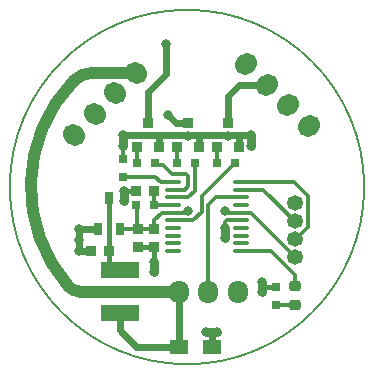
<source format=gtl>
G04*
G04 #@! TF.GenerationSoftware,Altium Limited,Altium Designer,21.2.2 (38)*
G04*
G04 Layer_Physical_Order=1*
G04 Layer_Color=255*
%FSLAX24Y24*%
%MOIN*%
G70*
G04*
G04 #@! TF.SameCoordinates,E4E59F50-D763-4BE6-A9F8-BCED566C8010*
G04*
G04*
G04 #@! TF.FilePolarity,Positive*
G04*
G01*
G75*
%ADD11C,0.0059*%
%ADD28C,0.0394*%
G04:AMPARAMS|DCode=29|XSize=63mil|YSize=47.2mil|CornerRadius=0.5mil|HoleSize=0mil|Usage=FLASHONLY|Rotation=0.000|XOffset=0mil|YOffset=0mil|HoleType=Round|Shape=RoundedRectangle|*
%AMROUNDEDRECTD29*
21,1,0.0630,0.0463,0,0,0.0*
21,1,0.0620,0.0472,0,0,0.0*
1,1,0.0009,0.0310,-0.0231*
1,1,0.0009,-0.0310,-0.0231*
1,1,0.0009,-0.0310,0.0231*
1,1,0.0009,0.0310,0.0231*
%
%ADD29ROUNDEDRECTD29*%
G04:AMPARAMS|DCode=30|XSize=34.4mil|YSize=37.4mil|CornerRadius=8.6mil|HoleSize=0mil|Usage=FLASHONLY|Rotation=90.000|XOffset=0mil|YOffset=0mil|HoleType=Round|Shape=RoundedRectangle|*
%AMROUNDEDRECTD30*
21,1,0.0344,0.0202,0,0,90.0*
21,1,0.0172,0.0374,0,0,90.0*
1,1,0.0172,0.0101,0.0086*
1,1,0.0172,0.0101,-0.0086*
1,1,0.0172,-0.0101,-0.0086*
1,1,0.0172,-0.0101,0.0086*
%
%ADD30ROUNDEDRECTD30*%
%ADD31R,0.0315X0.0315*%
G04:AMPARAMS|DCode=32|XSize=31.5mil|YSize=35.4mil|CornerRadius=0.3mil|HoleSize=0mil|Usage=FLASHONLY|Rotation=180.000|XOffset=0mil|YOffset=0mil|HoleType=Round|Shape=RoundedRectangle|*
%AMROUNDEDRECTD32*
21,1,0.0315,0.0348,0,0,180.0*
21,1,0.0309,0.0354,0,0,180.0*
1,1,0.0006,-0.0154,0.0174*
1,1,0.0006,0.0154,0.0174*
1,1,0.0006,0.0154,-0.0174*
1,1,0.0006,-0.0154,-0.0174*
%
%ADD32ROUNDEDRECTD32*%
%ADD33R,0.0315X0.0315*%
G04:AMPARAMS|DCode=34|XSize=32mil|YSize=36mil|CornerRadius=0.3mil|HoleSize=0mil|Usage=FLASHONLY|Rotation=0.000|XOffset=0mil|YOffset=0mil|HoleType=Round|Shape=RoundedRectangle|*
%AMROUNDEDRECTD34*
21,1,0.0320,0.0354,0,0,0.0*
21,1,0.0314,0.0360,0,0,0.0*
1,1,0.0006,0.0157,-0.0177*
1,1,0.0006,-0.0157,-0.0177*
1,1,0.0006,-0.0157,0.0177*
1,1,0.0006,0.0157,0.0177*
%
%ADD34ROUNDEDRECTD34*%
%ADD35R,0.1307X0.0575*%
G04:AMPARAMS|DCode=36|XSize=11.8mil|YSize=53.1mil|CornerRadius=3mil|HoleSize=0mil|Usage=FLASHONLY|Rotation=270.000|XOffset=0mil|YOffset=0mil|HoleType=Round|Shape=RoundedRectangle|*
%AMROUNDEDRECTD36*
21,1,0.0118,0.0472,0,0,270.0*
21,1,0.0059,0.0531,0,0,270.0*
1,1,0.0059,-0.0236,-0.0030*
1,1,0.0059,-0.0236,0.0030*
1,1,0.0059,0.0236,0.0030*
1,1,0.0059,0.0236,-0.0030*
%
%ADD36ROUNDEDRECTD36*%
G04:AMPARAMS|DCode=37|XSize=23.6mil|YSize=39.4mil|CornerRadius=0.2mil|HoleSize=0mil|Usage=FLASHONLY|Rotation=0.000|XOffset=0mil|YOffset=0mil|HoleType=Round|Shape=RoundedRectangle|*
%AMROUNDEDRECTD37*
21,1,0.0236,0.0389,0,0,0.0*
21,1,0.0231,0.0394,0,0,0.0*
1,1,0.0005,0.0116,-0.0194*
1,1,0.0005,-0.0116,-0.0194*
1,1,0.0005,-0.0116,0.0194*
1,1,0.0005,0.0116,0.0194*
%
%ADD37ROUNDEDRECTD37*%
G04:AMPARAMS|DCode=38|XSize=31.5mil|YSize=35.4mil|CornerRadius=0.3mil|HoleSize=0mil|Usage=FLASHONLY|Rotation=270.000|XOffset=0mil|YOffset=0mil|HoleType=Round|Shape=RoundedRectangle|*
%AMROUNDEDRECTD38*
21,1,0.0315,0.0348,0,0,270.0*
21,1,0.0309,0.0354,0,0,270.0*
1,1,0.0006,-0.0174,-0.0154*
1,1,0.0006,-0.0174,0.0154*
1,1,0.0006,0.0174,0.0154*
1,1,0.0006,0.0174,-0.0154*
%
%ADD38ROUNDEDRECTD38*%
%ADD39C,0.0236*%
%ADD40C,0.0315*%
%ADD41C,0.0118*%
%ADD42C,0.0157*%
%ADD43O,0.0551X0.0512*%
G04:AMPARAMS|DCode=44|XSize=66.9mil|YSize=76.8mil|CornerRadius=0mil|HoleSize=0mil|Usage=FLASHONLY|Rotation=315.000|XOffset=0mil|YOffset=0mil|HoleType=Round|Shape=Round|*
%AMOVALD44*
21,1,0.0098,0.0669,0.0000,0.0000,45.0*
1,1,0.0669,-0.0035,-0.0035*
1,1,0.0669,0.0035,0.0035*
%
%ADD44OVALD44*%

G04:AMPARAMS|DCode=45|XSize=66.9mil|YSize=76.8mil|CornerRadius=0mil|HoleSize=0mil|Usage=FLASHONLY|Rotation=225.000|XOffset=0mil|YOffset=0mil|HoleType=Round|Shape=Round|*
%AMOVALD45*
21,1,0.0098,0.0669,0.0000,0.0000,315.0*
1,1,0.0669,-0.0035,0.0035*
1,1,0.0669,0.0035,-0.0035*
%
%ADD45OVALD45*%

%ADD46O,0.0669X0.0768*%
%ADD47C,0.0315*%
D11*
X11841Y5930D02*
G03*
X11841Y5930I-5906J0D01*
G01*
D28*
X2160Y9475D02*
G03*
X2000Y2600I3625J-3524D01*
G01*
X2815Y9746D02*
G03*
X2160Y9475I0J-926D01*
G01*
X2000Y2600D02*
G03*
X2369Y2447I369J369D01*
G01*
X2815Y9746D02*
X4246D01*
X2369Y2447D02*
X5656D01*
D29*
X6758Y600D02*
D03*
X5656D02*
D03*
D30*
X9540Y2626D02*
D03*
X9540Y2008D02*
D03*
D31*
X8890D02*
D03*
Y2598D02*
D03*
X3800Y6867D02*
D03*
Y6277D02*
D03*
D32*
X4840Y5800D02*
D03*
X4249D02*
D03*
X3340Y3800D02*
D03*
X2749D02*
D03*
D33*
X4239Y5334D02*
D03*
X4830D02*
D03*
X4856Y6720D02*
D03*
X4266D02*
D03*
X6191D02*
D03*
X5600D02*
D03*
X7525D02*
D03*
X6934D02*
D03*
D34*
X5006Y7280D02*
D03*
X4266D02*
D03*
X4636Y8070D02*
D03*
X6340Y7280D02*
D03*
X5600D02*
D03*
X5970Y8070D02*
D03*
X7674Y7280D02*
D03*
X6934D02*
D03*
X7304Y8070D02*
D03*
D35*
X3714Y3150D02*
D03*
Y1717D02*
D03*
D36*
X5458Y4566D02*
D03*
Y4822D02*
D03*
Y5078D02*
D03*
Y5334D02*
D03*
Y5590D02*
D03*
Y5846D02*
D03*
Y6102D02*
D03*
Y4310D02*
D03*
Y4054D02*
D03*
Y3798D02*
D03*
X7722D02*
D03*
Y4054D02*
D03*
Y4310D02*
D03*
Y4566D02*
D03*
Y4822D02*
D03*
Y5078D02*
D03*
Y5334D02*
D03*
Y5590D02*
D03*
Y5846D02*
D03*
Y6102D02*
D03*
D37*
X3340Y5578D02*
D03*
X2966Y4515D02*
D03*
X3714D02*
D03*
D38*
X4290D02*
D03*
Y3924D02*
D03*
X4840Y4515D02*
D03*
Y3924D02*
D03*
D39*
X5006Y7657D02*
X7674D01*
X5656Y600D02*
Y2447D01*
X4240Y600D02*
X5656D01*
X6758D02*
Y1102D01*
Y550D02*
Y600D01*
X5250Y9702D02*
Y10700D01*
X4636Y9088D02*
X5250Y9702D01*
X4636Y8070D02*
Y9088D01*
X5553Y8070D02*
X5970D01*
X5304Y8319D02*
X5553Y8070D01*
X5304Y8319D02*
X5304D01*
X7674Y9346D02*
X8604D01*
X7304Y8070D02*
Y8976D01*
X7674Y9346D01*
Y7657D02*
X8082D01*
X7674Y7280D02*
Y7657D01*
X3800D02*
X5006D01*
Y7280D02*
Y7657D01*
X2340Y4160D02*
Y4515D01*
Y3800D02*
Y4160D01*
X5006Y7280D02*
X5048Y7322D01*
X6340Y7280D02*
Y7594D01*
X3690Y1643D02*
X3714Y1667D01*
X3690Y1150D02*
X4240Y600D01*
X3690Y1150D02*
Y1643D01*
X2340Y4515D02*
X2966D01*
X2340Y3800D02*
X2749D01*
D40*
X6583Y1102D02*
X6758D01*
X6933D01*
X7198Y4216D02*
Y4566D01*
X8440Y2600D02*
Y2773D01*
Y2423D02*
Y2600D01*
X3840Y5450D02*
Y5800D01*
X4840Y3090D02*
Y3440D01*
X8082Y7307D02*
Y7657D01*
X3800Y7307D02*
Y7657D01*
D41*
X6430Y5625D02*
X7525Y6720D01*
X6152Y4822D02*
X6430Y5100D01*
Y5625D01*
X6640Y5334D02*
X6896Y5590D01*
X6640Y2447D02*
Y5334D01*
X6896Y5590D02*
X7722D01*
X6190Y5800D02*
Y6720D01*
X6191Y6720D01*
X5425Y6375D02*
X5897D01*
X7335Y5078D02*
X8072D01*
X9540Y2626D02*
Y3000D01*
X8742Y3798D02*
X9540Y3000D01*
X7722Y3798D02*
X8742D01*
X7267Y4822D02*
X7722D01*
X7198Y4753D02*
X7267Y4822D01*
X7198Y4566D02*
Y4753D01*
X8890Y2008D02*
X9540D01*
X4265Y4540D02*
X4290Y4515D01*
X4239Y5334D02*
X4265Y5309D01*
Y4540D02*
Y5309D01*
X4835Y5339D02*
X4840Y5334D01*
X4835Y5339D02*
Y5795D01*
X4840Y5800D01*
X5060Y6102D02*
X5458D01*
X3800Y6277D02*
X4885D01*
X5060Y6102D01*
X5897Y6375D02*
X5980Y6292D01*
X5122Y6678D02*
X5425Y6375D01*
X5980Y5950D02*
Y6292D01*
X4840Y5334D02*
X5458D01*
X4840Y4515D02*
Y4822D01*
X5096Y5078D01*
X5887D01*
X4290Y4515D02*
X4840D01*
X3714D02*
X4290D01*
X3714D02*
Y4594D01*
X3800Y6867D02*
Y7307D01*
X4856Y6720D02*
X4898Y6678D01*
X5122D01*
X7193Y5167D02*
X7246D01*
X7335Y5078D01*
X5458Y4822D02*
X6152D01*
X5887Y5078D02*
X5927Y5117D01*
X5980D01*
Y5590D02*
X6190Y5800D01*
X5458Y5590D02*
X5980D01*
X5876Y5846D02*
X5980Y5950D01*
X5458Y5846D02*
X5876D01*
X7722Y6102D02*
X9488D01*
X9953Y4594D02*
Y5637D01*
X9488Y6102D02*
X9953Y5637D01*
X9560Y4200D02*
X9953Y4594D01*
X8072Y5078D02*
X9540Y3609D01*
X9540D01*
X8485Y5846D02*
X9540Y4791D01*
X7722Y5846D02*
X8485D01*
X9540Y4200D02*
X9560D01*
X6934Y6720D02*
Y7280D01*
X5600Y6720D02*
Y7280D01*
X4266Y6720D02*
Y7280D01*
D42*
X7198Y4216D02*
X7241D01*
X8440Y2600D02*
X8888D01*
X8440Y2423D02*
X8483D01*
X8888Y2600D02*
X8890Y2598D01*
X3840Y5800D02*
X4249D01*
X4290Y3924D02*
X4840D01*
Y3440D02*
Y3924D01*
X3340Y3269D02*
X3509Y3100D01*
X3340Y3269D02*
Y3800D01*
X3509Y3100D02*
X3714D01*
X3340Y3800D02*
Y5578D01*
D43*
X9540Y3609D02*
D03*
X9540Y4200D02*
D03*
X9540Y4791D02*
D03*
X9540Y5381D02*
D03*
D44*
X7908Y10042D02*
D03*
X8604Y9346D02*
D03*
X9300Y8650D02*
D03*
X9996Y7954D02*
D03*
D45*
X4246Y9746D02*
D03*
X3550Y9050D02*
D03*
X2854Y8354D02*
D03*
X2158Y7658D02*
D03*
D46*
X7624Y2447D02*
D03*
X6640D02*
D03*
X5656D02*
D03*
D47*
X6583Y1102D02*
D03*
X6933D02*
D03*
X7198Y4216D02*
D03*
Y4566D02*
D03*
X8440Y2773D02*
D03*
Y2423D02*
D03*
X3840Y5450D02*
D03*
Y5800D02*
D03*
X4840Y3090D02*
D03*
Y3440D02*
D03*
X7193Y5117D02*
D03*
X5980Y5117D02*
D03*
X8082Y7307D02*
D03*
Y7657D02*
D03*
X5250Y10700D02*
D03*
X5304Y8319D02*
D03*
X3800Y7307D02*
D03*
Y7657D02*
D03*
X7304Y7647D02*
D03*
X5970D02*
D03*
X2340Y3800D02*
D03*
Y4515D02*
D03*
Y4160D02*
D03*
M02*

</source>
